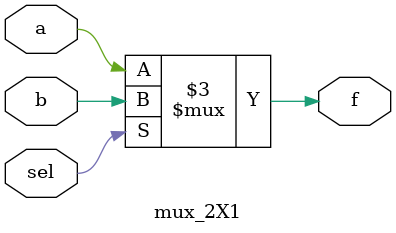
<source format=v>
`timescale 1ns / 1ps


// 2-to-1 Multiplexor
module mux_2X1(f, a, b, sel);
	// Input/Output Ports
	output reg f;
	input a, b, sel;
	
	always @(a or b or sel)
	begin
		if (sel) 
			f <= b;
		else
			f <= a;
	end
endmodule

</source>
